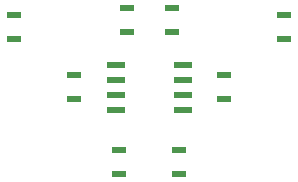
<source format=gtp>
G04 (created by PCBNEW (2013-05-16 BZR 4016)-stable) date 5/21/2013 11:08:07 PM*
%MOIN*%
G04 Gerber Fmt 3.4, Leading zero omitted, Abs format*
%FSLAX34Y34*%
G01*
G70*
G90*
G04 APERTURE LIST*
%ADD10C,0.00590551*%
%ADD11R,0.06X0.02*%
%ADD12R,0.048X0.024*%
G04 APERTURE END LIST*
G54D10*
G54D11*
X-1125Y1250D03*
X-1125Y750D03*
X-1125Y250D03*
X-1125Y-250D03*
X1125Y-250D03*
X1125Y250D03*
X1125Y750D03*
X1125Y1250D03*
G54D12*
X-1000Y-1600D03*
X-1000Y-2400D03*
X1000Y-1600D03*
X1000Y-2400D03*
X-4500Y2100D03*
X-4500Y2900D03*
X4500Y2100D03*
X4500Y2900D03*
X750Y2350D03*
X750Y3150D03*
X-750Y3150D03*
X-750Y2350D03*
X-2500Y100D03*
X-2500Y900D03*
X2500Y100D03*
X2500Y900D03*
M02*

</source>
